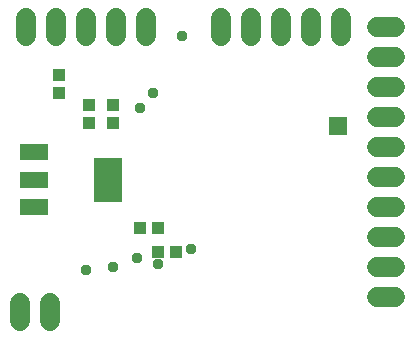
<source format=gbr>
G04 EAGLE Gerber X2 export*
%TF.Part,Single*%
%TF.FileFunction,Soldermask,Bot,1*%
%TF.FilePolarity,Negative*%
%TF.GenerationSoftware,Autodesk,EAGLE,8.7.0*%
%TF.CreationDate,2021-03-05T05:11:20Z*%
G75*
%MOMM*%
%FSLAX34Y34*%
%LPD*%
%AMOC8*
5,1,8,0,0,1.08239X$1,22.5*%
G01*
%ADD10C,1.727200*%
%ADD11R,1.003200X1.003200*%
%ADD12R,2.438400X1.422400*%
%ADD13R,2.403200X3.803200*%
%ADD14R,1.603200X1.603200*%
%ADD15C,0.959600*%


D10*
X360680Y266700D02*
X375920Y266700D01*
X375920Y241300D02*
X360680Y241300D01*
X360680Y215900D02*
X375920Y215900D01*
X375920Y190500D02*
X360680Y190500D01*
X360680Y165100D02*
X375920Y165100D01*
X375920Y139700D02*
X360680Y139700D01*
X360680Y114300D02*
X375920Y114300D01*
X375920Y88900D02*
X360680Y88900D01*
X360680Y63500D02*
X375920Y63500D01*
X375920Y38100D02*
X360680Y38100D01*
D11*
X91440Y226060D03*
X91440Y210820D03*
X137160Y185420D03*
X137160Y200660D03*
X116840Y185420D03*
X116840Y200660D03*
X190500Y76200D03*
X175260Y76200D03*
X175260Y96520D03*
X160020Y96520D03*
D12*
X70612Y114046D03*
X70612Y137160D03*
X70612Y160274D03*
D13*
X132590Y137160D03*
D10*
X63500Y259080D02*
X63500Y274320D01*
X88900Y274320D02*
X88900Y259080D01*
X114300Y259080D02*
X114300Y274320D01*
X139700Y274320D02*
X139700Y259080D01*
X165100Y259080D02*
X165100Y274320D01*
X228600Y274320D02*
X228600Y259080D01*
X254000Y259080D02*
X254000Y274320D01*
X279400Y274320D02*
X279400Y259080D01*
X304800Y259080D02*
X304800Y274320D01*
X330200Y274320D02*
X330200Y259080D01*
X83820Y33020D02*
X83820Y17780D01*
X58420Y17780D02*
X58420Y33020D01*
D14*
X327660Y182880D03*
D15*
X114300Y60960D03*
X203200Y78740D03*
X137160Y63500D03*
X157480Y71120D03*
X195580Y259080D03*
X170970Y210820D03*
X160020Y198120D03*
X175260Y66040D03*
X327660Y182880D03*
M02*

</source>
